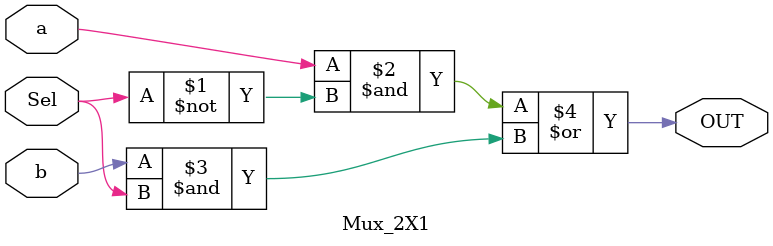
<source format=sv>
module Mux_8X1(
	 input  logic [2:0] Sel,
	 input  logic In0, In1, In2, In3, In4, In5, In6, In7,
	 output logic Output
);
wire logic Layer1_1, Layer1_2, Layer1_3, Layer1_4;
wire logic Layer2_1, Layer2_2; 

Mux_2X1		LXX_1(.Sel(Sel[0]), .a(In0), .b(In1), .OUT(Layer1_1));
Mux_2X1		LXX_2(.Sel(Sel[0]), .a(In2), .b(In3), .OUT(Layer1_2));
Mux_2X1		LXX_M(.Sel(Sel[1]), .a(Layer1_1), .b(Layer1_2), .OUT(Layer2_1));

Mux_2X1		HXX_3(.Sel(Sel[0]), .a(In4), .b(In5), .OUT(Layer1_3));
Mux_2X1		HXX_4(.Sel(Sel[0]), .a(In6), .b(In7), .OUT(Layer1_4));
Mux_2X1		HXX_M(.Sel(Sel[1]), .a(Layer1_3), .b(Layer1_4), .OUT(Layer2_2));

Mux_2X1		Main (.Sel(Sel[2]), .a(Layer2_1), .b(Layer2_2), .OUT(Output));
endmodule



module Mux_2X1 (
	 input  logic a, b, Sel,
	 output logic OUT
);
assign OUT = (a & ~Sel) | (b & Sel);
endmodule
</source>
